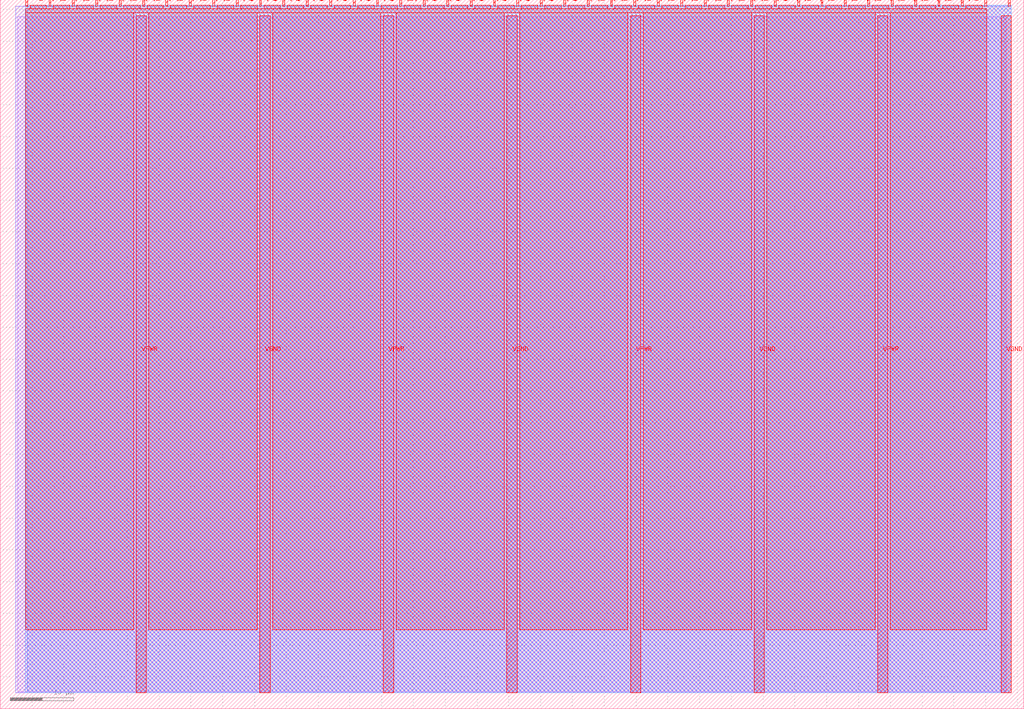
<source format=lef>
VERSION 5.7 ;
  NOWIREEXTENSIONATPIN ON ;
  DIVIDERCHAR "/" ;
  BUSBITCHARS "[]" ;
MACRO tt_um_MichaelBell_rle_vga
  CLASS BLOCK ;
  FOREIGN tt_um_MichaelBell_rle_vga ;
  ORIGIN 0.000 0.000 ;
  SIZE 161.000 BY 111.520 ;
  PIN VGND
    DIRECTION INOUT ;
    USE GROUND ;
    PORT
      LAYER met4 ;
        RECT 40.830 2.480 42.430 109.040 ;
    END
    PORT
      LAYER met4 ;
        RECT 79.700 2.480 81.300 109.040 ;
    END
    PORT
      LAYER met4 ;
        RECT 118.570 2.480 120.170 109.040 ;
    END
    PORT
      LAYER met4 ;
        RECT 157.440 2.480 159.040 109.040 ;
    END
  END VGND
  PIN VPWR
    DIRECTION INOUT ;
    USE POWER ;
    PORT
      LAYER met4 ;
        RECT 21.395 2.480 22.995 109.040 ;
    END
    PORT
      LAYER met4 ;
        RECT 60.265 2.480 61.865 109.040 ;
    END
    PORT
      LAYER met4 ;
        RECT 99.135 2.480 100.735 109.040 ;
    END
    PORT
      LAYER met4 ;
        RECT 138.005 2.480 139.605 109.040 ;
    END
  END VPWR
  PIN clk
    DIRECTION INPUT ;
    USE SIGNAL ;
    ANTENNAGATEAREA 0.852000 ;
    PORT
      LAYER met4 ;
        RECT 154.870 110.520 155.170 111.520 ;
    END
  END clk
  PIN ena
    DIRECTION INPUT ;
    USE SIGNAL ;
    PORT
      LAYER met4 ;
        RECT 158.550 110.520 158.850 111.520 ;
    END
  END ena
  PIN rst_n
    DIRECTION INPUT ;
    USE SIGNAL ;
    ANTENNAGATEAREA 0.196500 ;
    PORT
      LAYER met4 ;
        RECT 151.190 110.520 151.490 111.520 ;
    END
  END rst_n
  PIN ui_in[0]
    DIRECTION INPUT ;
    USE SIGNAL ;
    ANTENNAGATEAREA 0.126000 ;
    PORT
      LAYER met4 ;
        RECT 147.510 110.520 147.810 111.520 ;
    END
  END ui_in[0]
  PIN ui_in[1]
    DIRECTION INPUT ;
    USE SIGNAL ;
    ANTENNAGATEAREA 0.126000 ;
    PORT
      LAYER met4 ;
        RECT 143.830 110.520 144.130 111.520 ;
    END
  END ui_in[1]
  PIN ui_in[2]
    DIRECTION INPUT ;
    USE SIGNAL ;
    ANTENNAGATEAREA 0.126000 ;
    PORT
      LAYER met4 ;
        RECT 140.150 110.520 140.450 111.520 ;
    END
  END ui_in[2]
  PIN ui_in[3]
    DIRECTION INPUT ;
    USE SIGNAL ;
    ANTENNAGATEAREA 0.126000 ;
    PORT
      LAYER met4 ;
        RECT 136.470 110.520 136.770 111.520 ;
    END
  END ui_in[3]
  PIN ui_in[4]
    DIRECTION INPUT ;
    USE SIGNAL ;
    PORT
      LAYER met4 ;
        RECT 132.790 110.520 133.090 111.520 ;
    END
  END ui_in[4]
  PIN ui_in[5]
    DIRECTION INPUT ;
    USE SIGNAL ;
    PORT
      LAYER met4 ;
        RECT 129.110 110.520 129.410 111.520 ;
    END
  END ui_in[5]
  PIN ui_in[6]
    DIRECTION INPUT ;
    USE SIGNAL ;
    PORT
      LAYER met4 ;
        RECT 125.430 110.520 125.730 111.520 ;
    END
  END ui_in[6]
  PIN ui_in[7]
    DIRECTION INPUT ;
    USE SIGNAL ;
    PORT
      LAYER met4 ;
        RECT 121.750 110.520 122.050 111.520 ;
    END
  END ui_in[7]
  PIN uio_in[0]
    DIRECTION INPUT ;
    USE SIGNAL ;
    PORT
      LAYER met4 ;
        RECT 118.070 110.520 118.370 111.520 ;
    END
  END uio_in[0]
  PIN uio_in[1]
    DIRECTION INPUT ;
    USE SIGNAL ;
    ANTENNAGATEAREA 0.196500 ;
    PORT
      LAYER met4 ;
        RECT 114.390 110.520 114.690 111.520 ;
    END
  END uio_in[1]
  PIN uio_in[2]
    DIRECTION INPUT ;
    USE SIGNAL ;
    ANTENNAGATEAREA 0.196500 ;
    PORT
      LAYER met4 ;
        RECT 110.710 110.520 111.010 111.520 ;
    END
  END uio_in[2]
  PIN uio_in[3]
    DIRECTION INPUT ;
    USE SIGNAL ;
    PORT
      LAYER met4 ;
        RECT 107.030 110.520 107.330 111.520 ;
    END
  END uio_in[3]
  PIN uio_in[4]
    DIRECTION INPUT ;
    USE SIGNAL ;
    ANTENNAGATEAREA 0.196500 ;
    PORT
      LAYER met4 ;
        RECT 103.350 110.520 103.650 111.520 ;
    END
  END uio_in[4]
  PIN uio_in[5]
    DIRECTION INPUT ;
    USE SIGNAL ;
    ANTENNAGATEAREA 0.196500 ;
    PORT
      LAYER met4 ;
        RECT 99.670 110.520 99.970 111.520 ;
    END
  END uio_in[5]
  PIN uio_in[6]
    DIRECTION INPUT ;
    USE SIGNAL ;
    PORT
      LAYER met4 ;
        RECT 95.990 110.520 96.290 111.520 ;
    END
  END uio_in[6]
  PIN uio_in[7]
    DIRECTION INPUT ;
    USE SIGNAL ;
    PORT
      LAYER met4 ;
        RECT 92.310 110.520 92.610 111.520 ;
    END
  END uio_in[7]
  PIN uio_oe[0]
    DIRECTION OUTPUT TRISTATE ;
    USE SIGNAL ;
    ANTENNADIFFAREA 0.445500 ;
    PORT
      LAYER met4 ;
        RECT 29.750 110.520 30.050 111.520 ;
    END
  END uio_oe[0]
  PIN uio_oe[1]
    DIRECTION OUTPUT TRISTATE ;
    USE SIGNAL ;
    ANTENNAGATEAREA 0.247500 ;
    ANTENNADIFFAREA 0.795200 ;
    PORT
      LAYER met4 ;
        RECT 26.070 110.520 26.370 111.520 ;
    END
  END uio_oe[1]
  PIN uio_oe[2]
    DIRECTION OUTPUT TRISTATE ;
    USE SIGNAL ;
    PORT
      LAYER met4 ;
        RECT 22.390 110.520 22.690 111.520 ;
    END
  END uio_oe[2]
  PIN uio_oe[3]
    DIRECTION OUTPUT TRISTATE ;
    USE SIGNAL ;
    ANTENNADIFFAREA 0.445500 ;
    PORT
      LAYER met4 ;
        RECT 18.710 110.520 19.010 111.520 ;
    END
  END uio_oe[3]
  PIN uio_oe[4]
    DIRECTION OUTPUT TRISTATE ;
    USE SIGNAL ;
    PORT
      LAYER met4 ;
        RECT 15.030 110.520 15.330 111.520 ;
    END
  END uio_oe[4]
  PIN uio_oe[5]
    DIRECTION OUTPUT TRISTATE ;
    USE SIGNAL ;
    PORT
      LAYER met4 ;
        RECT 11.350 110.520 11.650 111.520 ;
    END
  END uio_oe[5]
  PIN uio_oe[6]
    DIRECTION OUTPUT TRISTATE ;
    USE SIGNAL ;
    ANTENNADIFFAREA 0.445500 ;
    PORT
      LAYER met4 ;
        RECT 7.670 110.520 7.970 111.520 ;
    END
  END uio_oe[6]
  PIN uio_oe[7]
    DIRECTION OUTPUT TRISTATE ;
    USE SIGNAL ;
    ANTENNADIFFAREA 0.445500 ;
    PORT
      LAYER met4 ;
        RECT 3.990 110.520 4.290 111.520 ;
    END
  END uio_oe[7]
  PIN uio_out[0]
    DIRECTION OUTPUT TRISTATE ;
    USE SIGNAL ;
    ANTENNADIFFAREA 0.795200 ;
    PORT
      LAYER met4 ;
        RECT 59.190 110.520 59.490 111.520 ;
    END
  END uio_out[0]
  PIN uio_out[1]
    DIRECTION OUTPUT TRISTATE ;
    USE SIGNAL ;
    ANTENNADIFFAREA 0.795200 ;
    PORT
      LAYER met4 ;
        RECT 55.510 110.520 55.810 111.520 ;
    END
  END uio_out[1]
  PIN uio_out[2]
    DIRECTION OUTPUT TRISTATE ;
    USE SIGNAL ;
    PORT
      LAYER met4 ;
        RECT 51.830 110.520 52.130 111.520 ;
    END
  END uio_out[2]
  PIN uio_out[3]
    DIRECTION OUTPUT TRISTATE ;
    USE SIGNAL ;
    ANTENNADIFFAREA 0.445500 ;
    PORT
      LAYER met4 ;
        RECT 48.150 110.520 48.450 111.520 ;
    END
  END uio_out[3]
  PIN uio_out[4]
    DIRECTION OUTPUT TRISTATE ;
    USE SIGNAL ;
    PORT
      LAYER met4 ;
        RECT 44.470 110.520 44.770 111.520 ;
    END
  END uio_out[4]
  PIN uio_out[5]
    DIRECTION OUTPUT TRISTATE ;
    USE SIGNAL ;
    PORT
      LAYER met4 ;
        RECT 40.790 110.520 41.090 111.520 ;
    END
  END uio_out[5]
  PIN uio_out[6]
    DIRECTION OUTPUT TRISTATE ;
    USE SIGNAL ;
    PORT
      LAYER met4 ;
        RECT 37.110 110.520 37.410 111.520 ;
    END
  END uio_out[6]
  PIN uio_out[7]
    DIRECTION OUTPUT TRISTATE ;
    USE SIGNAL ;
    PORT
      LAYER met4 ;
        RECT 33.430 110.520 33.730 111.520 ;
    END
  END uio_out[7]
  PIN uo_out[0]
    DIRECTION OUTPUT TRISTATE ;
    USE SIGNAL ;
    ANTENNADIFFAREA 0.445500 ;
    PORT
      LAYER met4 ;
        RECT 88.630 110.520 88.930 111.520 ;
    END
  END uo_out[0]
  PIN uo_out[1]
    DIRECTION OUTPUT TRISTATE ;
    USE SIGNAL ;
    ANTENNADIFFAREA 0.445500 ;
    PORT
      LAYER met4 ;
        RECT 84.950 110.520 85.250 111.520 ;
    END
  END uo_out[1]
  PIN uo_out[2]
    DIRECTION OUTPUT TRISTATE ;
    USE SIGNAL ;
    ANTENNADIFFAREA 0.445500 ;
    PORT
      LAYER met4 ;
        RECT 81.270 110.520 81.570 111.520 ;
    END
  END uo_out[2]
  PIN uo_out[3]
    DIRECTION OUTPUT TRISTATE ;
    USE SIGNAL ;
    ANTENNADIFFAREA 0.795200 ;
    PORT
      LAYER met4 ;
        RECT 77.590 110.520 77.890 111.520 ;
    END
  END uo_out[3]
  PIN uo_out[4]
    DIRECTION OUTPUT TRISTATE ;
    USE SIGNAL ;
    ANTENNADIFFAREA 0.445500 ;
    PORT
      LAYER met4 ;
        RECT 73.910 110.520 74.210 111.520 ;
    END
  END uo_out[4]
  PIN uo_out[5]
    DIRECTION OUTPUT TRISTATE ;
    USE SIGNAL ;
    ANTENNADIFFAREA 0.445500 ;
    PORT
      LAYER met4 ;
        RECT 70.230 110.520 70.530 111.520 ;
    END
  END uo_out[5]
  PIN uo_out[6]
    DIRECTION OUTPUT TRISTATE ;
    USE SIGNAL ;
    ANTENNADIFFAREA 0.445500 ;
    PORT
      LAYER met4 ;
        RECT 66.550 110.520 66.850 111.520 ;
    END
  END uo_out[6]
  PIN uo_out[7]
    DIRECTION OUTPUT TRISTATE ;
    USE SIGNAL ;
    ANTENNADIFFAREA 0.795200 ;
    PORT
      LAYER met4 ;
        RECT 62.870 110.520 63.170 111.520 ;
    END
  END uo_out[7]
  OBS
      LAYER li1 ;
        RECT 2.760 2.635 158.240 108.885 ;
      LAYER met1 ;
        RECT 2.460 2.480 159.040 110.460 ;
      LAYER met2 ;
        RECT 4.240 2.535 159.010 110.685 ;
      LAYER met3 ;
        RECT 3.950 2.555 159.030 110.665 ;
      LAYER met4 ;
        RECT 4.690 110.120 7.270 110.665 ;
        RECT 8.370 110.120 10.950 110.665 ;
        RECT 12.050 110.120 14.630 110.665 ;
        RECT 15.730 110.120 18.310 110.665 ;
        RECT 19.410 110.120 21.990 110.665 ;
        RECT 23.090 110.120 25.670 110.665 ;
        RECT 26.770 110.120 29.350 110.665 ;
        RECT 30.450 110.120 33.030 110.665 ;
        RECT 34.130 110.120 36.710 110.665 ;
        RECT 37.810 110.120 40.390 110.665 ;
        RECT 41.490 110.120 44.070 110.665 ;
        RECT 45.170 110.120 47.750 110.665 ;
        RECT 48.850 110.120 51.430 110.665 ;
        RECT 52.530 110.120 55.110 110.665 ;
        RECT 56.210 110.120 58.790 110.665 ;
        RECT 59.890 110.120 62.470 110.665 ;
        RECT 63.570 110.120 66.150 110.665 ;
        RECT 67.250 110.120 69.830 110.665 ;
        RECT 70.930 110.120 73.510 110.665 ;
        RECT 74.610 110.120 77.190 110.665 ;
        RECT 78.290 110.120 80.870 110.665 ;
        RECT 81.970 110.120 84.550 110.665 ;
        RECT 85.650 110.120 88.230 110.665 ;
        RECT 89.330 110.120 91.910 110.665 ;
        RECT 93.010 110.120 95.590 110.665 ;
        RECT 96.690 110.120 99.270 110.665 ;
        RECT 100.370 110.120 102.950 110.665 ;
        RECT 104.050 110.120 106.630 110.665 ;
        RECT 107.730 110.120 110.310 110.665 ;
        RECT 111.410 110.120 113.990 110.665 ;
        RECT 115.090 110.120 117.670 110.665 ;
        RECT 118.770 110.120 121.350 110.665 ;
        RECT 122.450 110.120 125.030 110.665 ;
        RECT 126.130 110.120 128.710 110.665 ;
        RECT 129.810 110.120 132.390 110.665 ;
        RECT 133.490 110.120 136.070 110.665 ;
        RECT 137.170 110.120 139.750 110.665 ;
        RECT 140.850 110.120 143.430 110.665 ;
        RECT 144.530 110.120 147.110 110.665 ;
        RECT 148.210 110.120 150.790 110.665 ;
        RECT 151.890 110.120 154.470 110.665 ;
        RECT 3.975 109.440 155.185 110.120 ;
        RECT 3.975 12.415 20.995 109.440 ;
        RECT 23.395 12.415 40.430 109.440 ;
        RECT 42.830 12.415 59.865 109.440 ;
        RECT 62.265 12.415 79.300 109.440 ;
        RECT 81.700 12.415 98.735 109.440 ;
        RECT 101.135 12.415 118.170 109.440 ;
        RECT 120.570 12.415 137.605 109.440 ;
        RECT 140.005 12.415 155.185 109.440 ;
  END
END tt_um_MichaelBell_rle_vga
END LIBRARY


</source>
